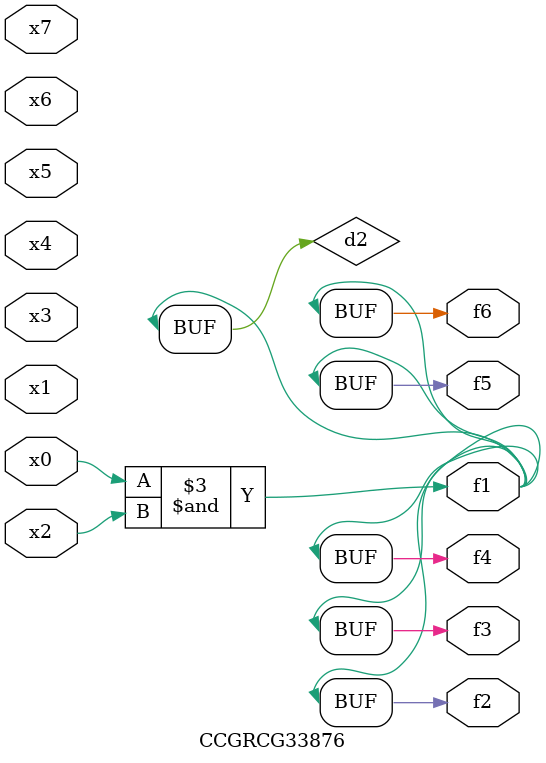
<source format=v>
module CCGRCG33876(
	input x0, x1, x2, x3, x4, x5, x6, x7,
	output f1, f2, f3, f4, f5, f6
);

	wire d1, d2;

	nor (d1, x3, x6);
	and (d2, x0, x2);
	assign f1 = d2;
	assign f2 = d2;
	assign f3 = d2;
	assign f4 = d2;
	assign f5 = d2;
	assign f6 = d2;
endmodule

</source>
